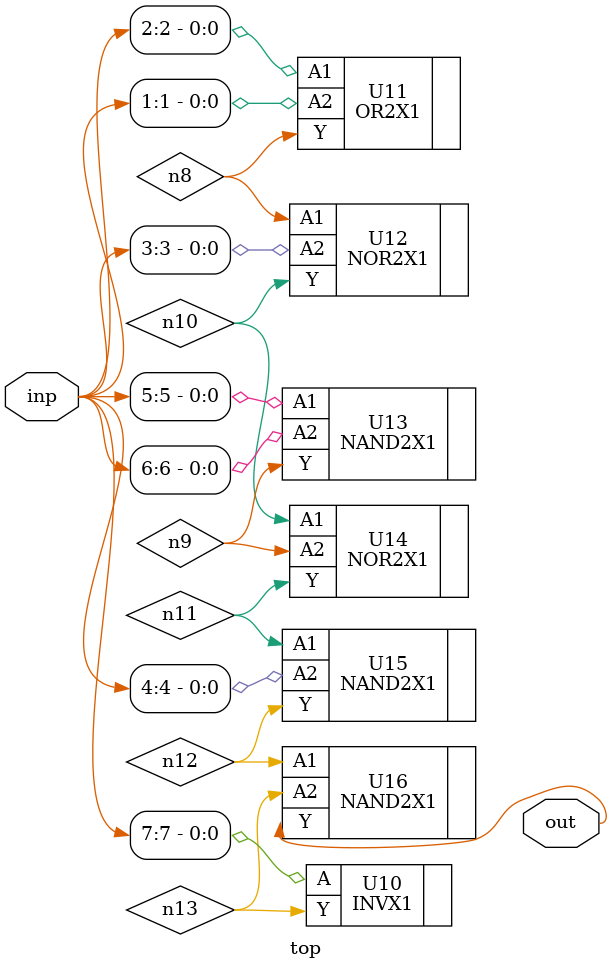
<source format=sv>


module top ( inp, out );
  input [7:0] inp;
  output out;
  wire   n8, n9, n10, n11, n12, n13;

  INVX1 U10 ( .A(inp[7]), .Y(n13) );
  OR2X1 U11 ( .A1(inp[2]), .A2(inp[1]), .Y(n8) );
  NOR2X1 U12 ( .A1(n8), .A2(inp[3]), .Y(n10) );
  NAND2X1 U13 ( .A1(inp[5]), .A2(inp[6]), .Y(n9) );
  NOR2X1 U14 ( .A1(n10), .A2(n9), .Y(n11) );
  NAND2X1 U15 ( .A1(n11), .A2(inp[4]), .Y(n12) );
  NAND2X1 U16 ( .A1(n12), .A2(n13), .Y(out) );
endmodule


</source>
